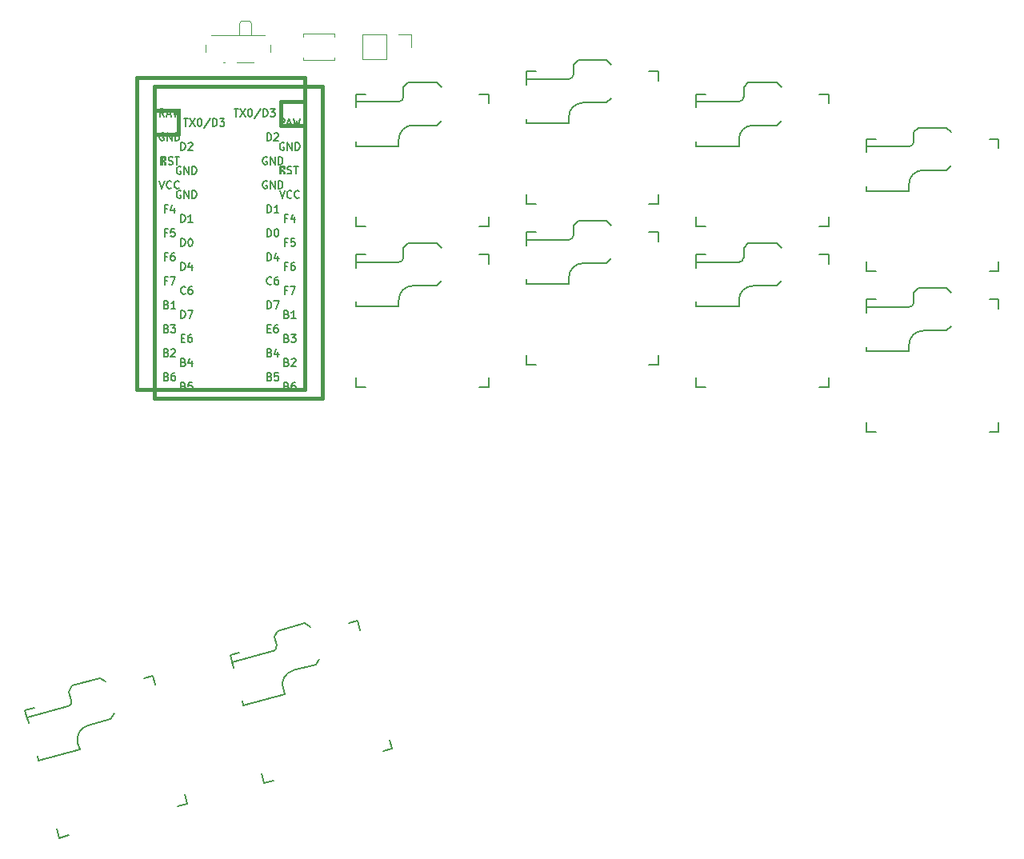
<source format=gbr>
%TF.GenerationSoftware,KiCad,Pcbnew,5.1.8*%
%TF.CreationDate,2021-02-20T18:00:33-06:00*%
%TF.ProjectId,small-paintbrush-hotswap,736d616c-6c2d-4706-9169-6e7462727573,rev?*%
%TF.SameCoordinates,Original*%
%TF.FileFunction,Legend,Top*%
%TF.FilePolarity,Positive*%
%FSLAX46Y46*%
G04 Gerber Fmt 4.6, Leading zero omitted, Abs format (unit mm)*
G04 Created by KiCad (PCBNEW 5.1.8) date 2021-02-20 18:00:33*
%MOMM*%
%LPD*%
G01*
G04 APERTURE LIST*
%ADD10C,0.381000*%
%ADD11C,0.150000*%
%ADD12C,0.120000*%
G04 APERTURE END LIST*
D10*
%TO.C,U2*%
X90951739Y-29899424D02*
X93491739Y-29899424D01*
X90951739Y-27359424D02*
X90951739Y-29899424D01*
D11*
G36*
X78557104Y-33648454D02*
G01*
X78557104Y-33748454D01*
X78457104Y-33748454D01*
X78457104Y-33648454D01*
X78557104Y-33648454D01*
G37*
X78557104Y-33648454D02*
X78557104Y-33748454D01*
X78457104Y-33748454D01*
X78457104Y-33648454D01*
X78557104Y-33648454D01*
G36*
X78357104Y-33248454D02*
G01*
X78357104Y-34048454D01*
X78257104Y-34048454D01*
X78257104Y-33248454D01*
X78357104Y-33248454D01*
G37*
X78357104Y-33248454D02*
X78357104Y-34048454D01*
X78257104Y-34048454D01*
X78257104Y-33248454D01*
X78357104Y-33248454D01*
G36*
X78757104Y-33848454D02*
G01*
X78757104Y-34048454D01*
X78657104Y-34048454D01*
X78657104Y-33848454D01*
X78757104Y-33848454D01*
G37*
X78757104Y-33848454D02*
X78757104Y-34048454D01*
X78657104Y-34048454D01*
X78657104Y-33848454D01*
X78757104Y-33848454D01*
G36*
X78757104Y-33248454D02*
G01*
X78757104Y-33548454D01*
X78657104Y-33548454D01*
X78657104Y-33248454D01*
X78757104Y-33248454D01*
G37*
X78757104Y-33248454D02*
X78757104Y-33548454D01*
X78657104Y-33548454D01*
X78657104Y-33248454D01*
X78757104Y-33248454D01*
G36*
X78757104Y-33248454D02*
G01*
X78757104Y-33348454D01*
X78257104Y-33348454D01*
X78257104Y-33248454D01*
X78757104Y-33248454D01*
G37*
X78757104Y-33248454D02*
X78757104Y-33348454D01*
X78257104Y-33348454D01*
X78257104Y-33248454D01*
X78757104Y-33248454D01*
D10*
X75711739Y-57839424D02*
X75711739Y-24819424D01*
X93491739Y-57839424D02*
X75711739Y-57839424D01*
X93491739Y-24819424D02*
X93491739Y-57839424D01*
X75711739Y-24819424D02*
X93491739Y-24819424D01*
X90951739Y-27359424D02*
X93491739Y-27359424D01*
D11*
%TO.C,KEY10*%
X91140586Y-89467894D02*
X91321759Y-90144042D01*
X91321759Y-90144042D02*
X86975093Y-91308728D01*
X90553597Y-83413520D02*
X90200044Y-84025892D01*
X90458863Y-84991818D02*
X90200044Y-84025892D01*
X85758643Y-86768876D02*
X90105309Y-85604190D01*
X94969614Y-86371356D02*
X94616060Y-86983729D01*
X85913935Y-87348432D02*
X85758643Y-86768876D01*
X94616060Y-86983729D02*
X92201246Y-87630776D01*
X94063747Y-82990616D02*
X93451375Y-82637063D01*
X93451375Y-82637063D02*
X90553597Y-83413520D01*
X86975093Y-91308728D02*
X86845683Y-90825765D01*
X99074549Y-82372669D02*
X99333369Y-83338595D01*
X98108624Y-82631488D02*
X99074549Y-82372669D01*
X102698016Y-95895630D02*
X101732090Y-96154450D01*
X102439197Y-94929705D02*
X102698016Y-95895630D01*
X89175055Y-99519097D02*
X88916235Y-98553171D01*
X90140980Y-99260278D02*
X89175055Y-99519097D01*
X85551588Y-85996136D02*
X86517514Y-85737316D01*
X85810407Y-86962061D02*
X85551588Y-85996136D01*
X92201245Y-87630777D02*
G75*
G03*
X91140586Y-89467894I388229J-1448888D01*
G01*
X90105310Y-85604191D02*
G75*
G03*
X90458863Y-84991818I-129410J482963D01*
G01*
%TO.C,KEY9*%
X69444458Y-95284975D02*
X69625631Y-95961123D01*
X69625631Y-95961123D02*
X65278965Y-97125809D01*
X68857469Y-89230601D02*
X68503916Y-89842973D01*
X68762735Y-90808899D02*
X68503916Y-89842973D01*
X64062515Y-92585957D02*
X68409181Y-91421271D01*
X73273486Y-92188437D02*
X72919932Y-92800810D01*
X64217807Y-93165513D02*
X64062515Y-92585957D01*
X72919932Y-92800810D02*
X70505118Y-93447857D01*
X72367619Y-88807697D02*
X71755247Y-88454144D01*
X71755247Y-88454144D02*
X68857469Y-89230601D01*
X65278965Y-97125809D02*
X65149555Y-96642846D01*
X77378421Y-88189750D02*
X77637241Y-89155676D01*
X76412496Y-88448569D02*
X77378421Y-88189750D01*
X81001888Y-101712711D02*
X80035962Y-101971531D01*
X80743069Y-100746786D02*
X81001888Y-101712711D01*
X67478927Y-105336178D02*
X67220107Y-104370252D01*
X68444852Y-105077359D02*
X67478927Y-105336178D01*
X63855460Y-91813217D02*
X64821386Y-91554397D01*
X64114279Y-92779142D02*
X63855460Y-91813217D01*
X70505117Y-93447858D02*
G75*
G03*
X69444458Y-95284975I388229J-1448888D01*
G01*
X68409182Y-91421272D02*
G75*
G03*
X68762735Y-90808899I-129410J482963D01*
G01*
%TO.C,KEY3*%
X139401739Y-31399426D02*
X139401739Y-32099426D01*
X139401739Y-32099426D02*
X134901739Y-32099426D01*
X140401739Y-25399426D02*
X139901739Y-25899426D01*
X139901739Y-26899426D02*
X139901739Y-25899426D01*
X134901739Y-27399426D02*
X139401739Y-27399426D01*
X143901739Y-29399426D02*
X143401739Y-29899426D01*
X134901739Y-27999426D02*
X134901739Y-27399426D01*
X143401739Y-29899426D02*
X140901739Y-29899426D01*
X143901739Y-25899426D02*
X143401739Y-25399426D01*
X143401739Y-25399426D02*
X140401739Y-25399426D01*
X134901739Y-32099426D02*
X134901739Y-31599426D01*
X148901739Y-26599426D02*
X148901739Y-27599426D01*
X147901739Y-26599426D02*
X148901739Y-26599426D01*
X148901739Y-40599426D02*
X147901739Y-40599426D01*
X148901739Y-39599426D02*
X148901739Y-40599426D01*
X134901739Y-40599426D02*
X134901739Y-39599426D01*
X135901739Y-40599426D02*
X134901739Y-40599426D01*
X134901739Y-26599426D02*
X135901739Y-26599426D01*
X134901739Y-27599426D02*
X134901739Y-26599426D01*
X140901739Y-29899426D02*
G75*
G03*
X139401739Y-31399426I0J-1500000D01*
G01*
X139401739Y-27399426D02*
G75*
G03*
X139901739Y-26899426I0J500000D01*
G01*
%TO.C,KEY8*%
X157401739Y-53149423D02*
X157401739Y-53849423D01*
X157401739Y-53849423D02*
X152901739Y-53849423D01*
X158401739Y-47149423D02*
X157901739Y-47649423D01*
X157901739Y-48649423D02*
X157901739Y-47649423D01*
X152901739Y-49149423D02*
X157401739Y-49149423D01*
X161901739Y-51149423D02*
X161401739Y-51649423D01*
X152901739Y-49749423D02*
X152901739Y-49149423D01*
X161401739Y-51649423D02*
X158901739Y-51649423D01*
X161901739Y-47649423D02*
X161401739Y-47149423D01*
X161401739Y-47149423D02*
X158401739Y-47149423D01*
X152901739Y-53849423D02*
X152901739Y-53349423D01*
X166901739Y-48349423D02*
X166901739Y-49349423D01*
X165901739Y-48349423D02*
X166901739Y-48349423D01*
X166901739Y-62349423D02*
X165901739Y-62349423D01*
X166901739Y-61349423D02*
X166901739Y-62349423D01*
X152901739Y-62349423D02*
X152901739Y-61349423D01*
X153901739Y-62349423D02*
X152901739Y-62349423D01*
X152901739Y-48349423D02*
X153901739Y-48349423D01*
X152901739Y-49349423D02*
X152901739Y-48349423D01*
X158901739Y-51649423D02*
G75*
G03*
X157401739Y-53149423I0J-1500000D01*
G01*
X157401739Y-49149423D02*
G75*
G03*
X157901739Y-48649423I0J500000D01*
G01*
%TO.C,KEY7*%
X139401739Y-48399426D02*
X139401739Y-49099426D01*
X139401739Y-49099426D02*
X134901739Y-49099426D01*
X140401739Y-42399426D02*
X139901739Y-42899426D01*
X139901739Y-43899426D02*
X139901739Y-42899426D01*
X134901739Y-44399426D02*
X139401739Y-44399426D01*
X143901739Y-46399426D02*
X143401739Y-46899426D01*
X134901739Y-44999426D02*
X134901739Y-44399426D01*
X143401739Y-46899426D02*
X140901739Y-46899426D01*
X143901739Y-42899426D02*
X143401739Y-42399426D01*
X143401739Y-42399426D02*
X140401739Y-42399426D01*
X134901739Y-49099426D02*
X134901739Y-48599426D01*
X148901739Y-43599426D02*
X148901739Y-44599426D01*
X147901739Y-43599426D02*
X148901739Y-43599426D01*
X148901739Y-57599426D02*
X147901739Y-57599426D01*
X148901739Y-56599426D02*
X148901739Y-57599426D01*
X134901739Y-57599426D02*
X134901739Y-56599426D01*
X135901739Y-57599426D02*
X134901739Y-57599426D01*
X134901739Y-43599426D02*
X135901739Y-43599426D01*
X134901739Y-44599426D02*
X134901739Y-43599426D01*
X140901739Y-46899426D02*
G75*
G03*
X139401739Y-48399426I0J-1500000D01*
G01*
X139401739Y-44399426D02*
G75*
G03*
X139901739Y-43899426I0J500000D01*
G01*
%TO.C,KEY6*%
X116901739Y-42219424D02*
X116901739Y-41219424D01*
X116901739Y-41219424D02*
X117901739Y-41219424D01*
X117901739Y-55219424D02*
X116901739Y-55219424D01*
X116901739Y-55219424D02*
X116901739Y-54219424D01*
X130901739Y-54219424D02*
X130901739Y-55219424D01*
X130901739Y-55219424D02*
X129901739Y-55219424D01*
X129901739Y-41219424D02*
X130901739Y-41219424D01*
X130901739Y-41219424D02*
X130901739Y-42219424D01*
X116901739Y-46719424D02*
X116901739Y-46219424D01*
X125401739Y-40019424D02*
X122401739Y-40019424D01*
X125901739Y-40519424D02*
X125401739Y-40019424D01*
X125401739Y-44519424D02*
X122901739Y-44519424D01*
X116901739Y-42619424D02*
X116901739Y-42019424D01*
X125901739Y-44019424D02*
X125401739Y-44519424D01*
X116901739Y-42019424D02*
X121401739Y-42019424D01*
X121901739Y-41519424D02*
X121901739Y-40519424D01*
X122401739Y-40019424D02*
X121901739Y-40519424D01*
X121401739Y-46719424D02*
X116901739Y-46719424D01*
X121401739Y-46019424D02*
X121401739Y-46719424D01*
X121401739Y-42019424D02*
G75*
G03*
X121901739Y-41519424I0J500000D01*
G01*
X122901739Y-44519424D02*
G75*
G03*
X121401739Y-46019424I0J-1500000D01*
G01*
%TO.C,KEY5*%
X103401736Y-48399424D02*
X103401736Y-49099424D01*
X103401736Y-49099424D02*
X98901736Y-49099424D01*
X104401736Y-42399424D02*
X103901736Y-42899424D01*
X103901736Y-43899424D02*
X103901736Y-42899424D01*
X98901736Y-44399424D02*
X103401736Y-44399424D01*
X107901736Y-46399424D02*
X107401736Y-46899424D01*
X98901736Y-44999424D02*
X98901736Y-44399424D01*
X107401736Y-46899424D02*
X104901736Y-46899424D01*
X107901736Y-42899424D02*
X107401736Y-42399424D01*
X107401736Y-42399424D02*
X104401736Y-42399424D01*
X98901736Y-49099424D02*
X98901736Y-48599424D01*
X112901736Y-43599424D02*
X112901736Y-44599424D01*
X111901736Y-43599424D02*
X112901736Y-43599424D01*
X112901736Y-57599424D02*
X111901736Y-57599424D01*
X112901736Y-56599424D02*
X112901736Y-57599424D01*
X98901736Y-57599424D02*
X98901736Y-56599424D01*
X99901736Y-57599424D02*
X98901736Y-57599424D01*
X98901736Y-43599424D02*
X99901736Y-43599424D01*
X98901736Y-44599424D02*
X98901736Y-43599424D01*
X104901736Y-46899424D02*
G75*
G03*
X103401736Y-48399424I0J-1500000D01*
G01*
X103401736Y-44399424D02*
G75*
G03*
X103901736Y-43899424I0J500000D01*
G01*
%TO.C,KEY4*%
X157401737Y-36149424D02*
X157401737Y-36849424D01*
X157401737Y-36849424D02*
X152901737Y-36849424D01*
X158401737Y-30149424D02*
X157901737Y-30649424D01*
X157901737Y-31649424D02*
X157901737Y-30649424D01*
X152901737Y-32149424D02*
X157401737Y-32149424D01*
X161901737Y-34149424D02*
X161401737Y-34649424D01*
X152901737Y-32749424D02*
X152901737Y-32149424D01*
X161401737Y-34649424D02*
X158901737Y-34649424D01*
X161901737Y-30649424D02*
X161401737Y-30149424D01*
X161401737Y-30149424D02*
X158401737Y-30149424D01*
X152901737Y-36849424D02*
X152901737Y-36349424D01*
X166901737Y-31349424D02*
X166901737Y-32349424D01*
X165901737Y-31349424D02*
X166901737Y-31349424D01*
X166901737Y-45349424D02*
X165901737Y-45349424D01*
X166901737Y-44349424D02*
X166901737Y-45349424D01*
X152901737Y-45349424D02*
X152901737Y-44349424D01*
X153901737Y-45349424D02*
X152901737Y-45349424D01*
X152901737Y-31349424D02*
X153901737Y-31349424D01*
X152901737Y-32349424D02*
X152901737Y-31349424D01*
X158901737Y-34649424D02*
G75*
G03*
X157401737Y-36149424I0J-1500000D01*
G01*
X157401737Y-32149424D02*
G75*
G03*
X157901737Y-31649424I0J500000D01*
G01*
%TO.C,KEY2*%
X116901737Y-25219424D02*
X116901737Y-24219424D01*
X116901737Y-24219424D02*
X117901737Y-24219424D01*
X117901737Y-38219424D02*
X116901737Y-38219424D01*
X116901737Y-38219424D02*
X116901737Y-37219424D01*
X130901737Y-37219424D02*
X130901737Y-38219424D01*
X130901737Y-38219424D02*
X129901737Y-38219424D01*
X129901737Y-24219424D02*
X130901737Y-24219424D01*
X130901737Y-24219424D02*
X130901737Y-25219424D01*
X116901737Y-29719424D02*
X116901737Y-29219424D01*
X125401737Y-23019424D02*
X122401737Y-23019424D01*
X125901737Y-23519424D02*
X125401737Y-23019424D01*
X125401737Y-27519424D02*
X122901737Y-27519424D01*
X116901737Y-25619424D02*
X116901737Y-25019424D01*
X125901737Y-27019424D02*
X125401737Y-27519424D01*
X116901737Y-25019424D02*
X121401737Y-25019424D01*
X121901737Y-24519424D02*
X121901737Y-23519424D01*
X122401737Y-23019424D02*
X121901737Y-23519424D01*
X121401737Y-29719424D02*
X116901737Y-29719424D01*
X121401737Y-29019424D02*
X121401737Y-29719424D01*
X121401737Y-25019424D02*
G75*
G03*
X121901737Y-24519424I0J500000D01*
G01*
X122901737Y-27519424D02*
G75*
G03*
X121401737Y-29019424I0J-1500000D01*
G01*
%TO.C,KEY1*%
X103401737Y-31399424D02*
X103401737Y-32099424D01*
X103401737Y-32099424D02*
X98901737Y-32099424D01*
X104401737Y-25399424D02*
X103901737Y-25899424D01*
X103901737Y-26899424D02*
X103901737Y-25899424D01*
X98901737Y-27399424D02*
X103401737Y-27399424D01*
X107901737Y-29399424D02*
X107401737Y-29899424D01*
X98901737Y-27999424D02*
X98901737Y-27399424D01*
X107401737Y-29899424D02*
X104901737Y-29899424D01*
X107901737Y-25899424D02*
X107401737Y-25399424D01*
X107401737Y-25399424D02*
X104401737Y-25399424D01*
X98901737Y-32099424D02*
X98901737Y-31599424D01*
X112901737Y-26599424D02*
X112901737Y-27599424D01*
X111901737Y-26599424D02*
X112901737Y-26599424D01*
X112901737Y-40599424D02*
X111901737Y-40599424D01*
X112901737Y-39599424D02*
X112901737Y-40599424D01*
X98901737Y-40599424D02*
X98901737Y-39599424D01*
X99901737Y-40599424D02*
X98901737Y-40599424D01*
X98901737Y-26599424D02*
X99901737Y-26599424D01*
X98901737Y-27599424D02*
X98901737Y-26599424D01*
X104901737Y-29899424D02*
G75*
G03*
X103401737Y-31399424I0J-1500000D01*
G01*
X103401737Y-27399424D02*
G75*
G03*
X103901737Y-26899424I0J500000D01*
G01*
D10*
%TO.C,U1*%
X77511737Y-28359424D02*
X77511737Y-58839424D01*
X77511737Y-58839424D02*
X95291737Y-58839424D01*
X95291737Y-58839424D02*
X95291737Y-28359424D01*
X80051737Y-28359424D02*
X80051737Y-30899424D01*
X80051737Y-30899424D02*
X77511737Y-30899424D01*
D11*
G36*
X91333305Y-34238784D02*
G01*
X91333305Y-34538784D01*
X91233305Y-34538784D01*
X91233305Y-34238784D01*
X91333305Y-34238784D01*
G37*
X91333305Y-34238784D02*
X91333305Y-34538784D01*
X91233305Y-34538784D01*
X91233305Y-34238784D01*
X91333305Y-34238784D01*
G36*
X91133305Y-34638784D02*
G01*
X91133305Y-34738784D01*
X91033305Y-34738784D01*
X91033305Y-34638784D01*
X91133305Y-34638784D01*
G37*
X91133305Y-34638784D02*
X91133305Y-34738784D01*
X91033305Y-34738784D01*
X91033305Y-34638784D01*
X91133305Y-34638784D01*
G36*
X91333305Y-34238784D02*
G01*
X91333305Y-34338784D01*
X90833305Y-34338784D01*
X90833305Y-34238784D01*
X91333305Y-34238784D01*
G37*
X91333305Y-34238784D02*
X91333305Y-34338784D01*
X90833305Y-34338784D01*
X90833305Y-34238784D01*
X91333305Y-34238784D01*
G36*
X90933305Y-34238784D02*
G01*
X90933305Y-35038784D01*
X90833305Y-35038784D01*
X90833305Y-34238784D01*
X90933305Y-34238784D01*
G37*
X90933305Y-34238784D02*
X90933305Y-35038784D01*
X90833305Y-35038784D01*
X90833305Y-34238784D01*
X90933305Y-34238784D01*
G36*
X91333305Y-34838784D02*
G01*
X91333305Y-35038784D01*
X91233305Y-35038784D01*
X91233305Y-34838784D01*
X91333305Y-34838784D01*
G37*
X91333305Y-34838784D02*
X91333305Y-35038784D01*
X91233305Y-35038784D01*
X91233305Y-34838784D01*
X91333305Y-34838784D01*
D10*
X95291737Y-28359424D02*
X95291737Y-25819424D01*
X95291737Y-25819424D02*
X77511737Y-25819424D01*
X77511737Y-25819424D02*
X77511737Y-28359424D01*
X80051737Y-28359424D02*
X77511737Y-28359424D01*
D12*
%TO.C,PUSH2*%
X93251737Y-22699425D02*
X93251737Y-22999425D01*
X93251737Y-22999425D02*
X96551737Y-22999425D01*
X96551737Y-22999425D02*
X96551737Y-22699425D01*
X93251737Y-20499425D02*
X93251737Y-20199425D01*
X93251737Y-20199425D02*
X96551737Y-20199425D01*
X96551737Y-20199425D02*
X96551737Y-20499425D01*
%TO.C,SW2*%
X85001737Y-23219425D02*
X84801737Y-23219425D01*
X87801737Y-19079425D02*
X87601737Y-18869425D01*
X86501737Y-19079425D02*
X86701737Y-18869425D01*
X87801737Y-20369425D02*
X87801737Y-19079425D01*
X87601737Y-18869425D02*
X86701737Y-18869425D01*
X86501737Y-19079425D02*
X86501737Y-20369425D01*
X89251737Y-20369425D02*
X83551737Y-20369425D01*
X88001737Y-23219425D02*
X86301737Y-23219425D01*
X89851737Y-22169425D02*
X89851737Y-21379425D01*
X82951737Y-21379425D02*
X82951737Y-22169425D01*
%TO.C,J1*%
X99531737Y-20269424D02*
X99531737Y-22929424D01*
X102131737Y-20269424D02*
X99531737Y-20269424D01*
X102131737Y-22929424D02*
X99531737Y-22929424D01*
X102131737Y-20269424D02*
X102131737Y-22929424D01*
X103401737Y-20269424D02*
X104731737Y-20269424D01*
X104731737Y-20269424D02*
X104731737Y-21599424D01*
%TO.C,U2*%
D11*
X89472262Y-31531328D02*
X89472262Y-30731328D01*
X89662739Y-30731328D01*
X89777024Y-30769424D01*
X89853215Y-30845614D01*
X89891310Y-30921804D01*
X89929405Y-31074185D01*
X89929405Y-31188471D01*
X89891310Y-31340852D01*
X89853215Y-31417043D01*
X89777024Y-31493233D01*
X89662739Y-31531328D01*
X89472262Y-31531328D01*
X90234167Y-30807519D02*
X90272262Y-30769424D01*
X90348453Y-30731328D01*
X90538929Y-30731328D01*
X90615119Y-30769424D01*
X90653215Y-30807519D01*
X90691310Y-30883709D01*
X90691310Y-30959900D01*
X90653215Y-31074185D01*
X90196072Y-31531328D01*
X90691310Y-31531328D01*
X89472262Y-41691328D02*
X89472262Y-40891328D01*
X89662739Y-40891328D01*
X89777024Y-40929424D01*
X89853215Y-41005614D01*
X89891310Y-41081804D01*
X89929405Y-41234185D01*
X89929405Y-41348471D01*
X89891310Y-41500852D01*
X89853215Y-41577043D01*
X89777024Y-41653233D01*
X89662739Y-41691328D01*
X89472262Y-41691328D01*
X90424643Y-40891328D02*
X90500834Y-40891328D01*
X90577024Y-40929424D01*
X90615119Y-40967519D01*
X90653215Y-41043709D01*
X90691310Y-41196090D01*
X90691310Y-41386566D01*
X90653215Y-41538947D01*
X90615119Y-41615138D01*
X90577024Y-41653233D01*
X90500834Y-41691328D01*
X90424643Y-41691328D01*
X90348453Y-41653233D01*
X90310358Y-41615138D01*
X90272262Y-41538947D01*
X90234167Y-41386566D01*
X90234167Y-41196090D01*
X90272262Y-41043709D01*
X90310358Y-40967519D01*
X90348453Y-40929424D01*
X90424643Y-40891328D01*
X89472262Y-39151328D02*
X89472262Y-38351328D01*
X89662739Y-38351328D01*
X89777024Y-38389424D01*
X89853215Y-38465614D01*
X89891310Y-38541804D01*
X89929405Y-38694185D01*
X89929405Y-38808471D01*
X89891310Y-38960852D01*
X89853215Y-39037043D01*
X89777024Y-39113233D01*
X89662739Y-39151328D01*
X89472262Y-39151328D01*
X90691310Y-39151328D02*
X90234167Y-39151328D01*
X90462739Y-39151328D02*
X90462739Y-38351328D01*
X90386548Y-38465614D01*
X90310358Y-38541804D01*
X90234167Y-38579900D01*
X89453215Y-35849424D02*
X89377024Y-35811328D01*
X89262739Y-35811328D01*
X89148453Y-35849424D01*
X89072262Y-35925614D01*
X89034167Y-36001804D01*
X88996072Y-36154185D01*
X88996072Y-36268471D01*
X89034167Y-36420852D01*
X89072262Y-36497043D01*
X89148453Y-36573233D01*
X89262739Y-36611328D01*
X89338929Y-36611328D01*
X89453215Y-36573233D01*
X89491310Y-36535138D01*
X89491310Y-36268471D01*
X89338929Y-36268471D01*
X89834167Y-36611328D02*
X89834167Y-35811328D01*
X90291310Y-36611328D01*
X90291310Y-35811328D01*
X90672262Y-36611328D02*
X90672262Y-35811328D01*
X90862739Y-35811328D01*
X90977024Y-35849424D01*
X91053215Y-35925614D01*
X91091310Y-36001804D01*
X91129405Y-36154185D01*
X91129405Y-36268471D01*
X91091310Y-36420852D01*
X91053215Y-36497043D01*
X90977024Y-36573233D01*
X90862739Y-36611328D01*
X90672262Y-36611328D01*
X89453215Y-33309424D02*
X89377024Y-33271328D01*
X89262739Y-33271328D01*
X89148453Y-33309424D01*
X89072262Y-33385614D01*
X89034167Y-33461804D01*
X88996072Y-33614185D01*
X88996072Y-33728471D01*
X89034167Y-33880852D01*
X89072262Y-33957043D01*
X89148453Y-34033233D01*
X89262739Y-34071328D01*
X89338929Y-34071328D01*
X89453215Y-34033233D01*
X89491310Y-33995138D01*
X89491310Y-33728471D01*
X89338929Y-33728471D01*
X89834167Y-34071328D02*
X89834167Y-33271328D01*
X90291310Y-34071328D01*
X90291310Y-33271328D01*
X90672262Y-34071328D02*
X90672262Y-33271328D01*
X90862739Y-33271328D01*
X90977024Y-33309424D01*
X91053215Y-33385614D01*
X91091310Y-33461804D01*
X91129405Y-33614185D01*
X91129405Y-33728471D01*
X91091310Y-33880852D01*
X91053215Y-33957043D01*
X90977024Y-34033233D01*
X90862739Y-34071328D01*
X90672262Y-34071328D01*
X89472262Y-44231328D02*
X89472262Y-43431328D01*
X89662739Y-43431328D01*
X89777024Y-43469424D01*
X89853215Y-43545614D01*
X89891310Y-43621804D01*
X89929405Y-43774185D01*
X89929405Y-43888471D01*
X89891310Y-44040852D01*
X89853215Y-44117043D01*
X89777024Y-44193233D01*
X89662739Y-44231328D01*
X89472262Y-44231328D01*
X90615119Y-43697995D02*
X90615119Y-44231328D01*
X90424643Y-43393233D02*
X90234167Y-43964662D01*
X90729405Y-43964662D01*
X89929405Y-46695138D02*
X89891310Y-46733233D01*
X89777024Y-46771328D01*
X89700834Y-46771328D01*
X89586548Y-46733233D01*
X89510358Y-46657043D01*
X89472262Y-46580852D01*
X89434167Y-46428471D01*
X89434167Y-46314185D01*
X89472262Y-46161804D01*
X89510358Y-46085614D01*
X89586548Y-46009424D01*
X89700834Y-45971328D01*
X89777024Y-45971328D01*
X89891310Y-46009424D01*
X89929405Y-46047519D01*
X90615119Y-45971328D02*
X90462739Y-45971328D01*
X90386548Y-46009424D01*
X90348453Y-46047519D01*
X90272262Y-46161804D01*
X90234167Y-46314185D01*
X90234167Y-46618947D01*
X90272262Y-46695138D01*
X90310358Y-46733233D01*
X90386548Y-46771328D01*
X90538929Y-46771328D01*
X90615119Y-46733233D01*
X90653215Y-46695138D01*
X90691310Y-46618947D01*
X90691310Y-46428471D01*
X90653215Y-46352281D01*
X90615119Y-46314185D01*
X90538929Y-46276090D01*
X90386548Y-46276090D01*
X90310358Y-46314185D01*
X90272262Y-46352281D01*
X90234167Y-46428471D01*
X89472262Y-49311328D02*
X89472262Y-48511328D01*
X89662739Y-48511328D01*
X89777024Y-48549424D01*
X89853215Y-48625614D01*
X89891310Y-48701804D01*
X89929405Y-48854185D01*
X89929405Y-48968471D01*
X89891310Y-49120852D01*
X89853215Y-49197043D01*
X89777024Y-49273233D01*
X89662739Y-49311328D01*
X89472262Y-49311328D01*
X90196072Y-48511328D02*
X90729405Y-48511328D01*
X90386548Y-49311328D01*
X89510358Y-51432281D02*
X89777024Y-51432281D01*
X89891310Y-51851328D02*
X89510358Y-51851328D01*
X89510358Y-51051328D01*
X89891310Y-51051328D01*
X90577024Y-51051328D02*
X90424643Y-51051328D01*
X90348453Y-51089424D01*
X90310358Y-51127519D01*
X90234167Y-51241804D01*
X90196072Y-51394185D01*
X90196072Y-51698947D01*
X90234167Y-51775138D01*
X90272262Y-51813233D01*
X90348453Y-51851328D01*
X90500834Y-51851328D01*
X90577024Y-51813233D01*
X90615119Y-51775138D01*
X90653215Y-51698947D01*
X90653215Y-51508471D01*
X90615119Y-51432281D01*
X90577024Y-51394185D01*
X90500834Y-51356090D01*
X90348453Y-51356090D01*
X90272262Y-51394185D01*
X90234167Y-51432281D01*
X90196072Y-51508471D01*
X89738929Y-53972281D02*
X89853215Y-54010376D01*
X89891310Y-54048471D01*
X89929405Y-54124662D01*
X89929405Y-54238947D01*
X89891310Y-54315138D01*
X89853215Y-54353233D01*
X89777024Y-54391328D01*
X89472262Y-54391328D01*
X89472262Y-53591328D01*
X89738929Y-53591328D01*
X89815119Y-53629424D01*
X89853215Y-53667519D01*
X89891310Y-53743709D01*
X89891310Y-53819900D01*
X89853215Y-53896090D01*
X89815119Y-53934185D01*
X89738929Y-53972281D01*
X89472262Y-53972281D01*
X90615119Y-53857995D02*
X90615119Y-54391328D01*
X90424643Y-53553233D02*
X90234167Y-54124662D01*
X90729405Y-54124662D01*
X89738929Y-56512281D02*
X89853215Y-56550376D01*
X89891310Y-56588471D01*
X89929405Y-56664662D01*
X89929405Y-56778947D01*
X89891310Y-56855138D01*
X89853215Y-56893233D01*
X89777024Y-56931328D01*
X89472262Y-56931328D01*
X89472262Y-56131328D01*
X89738929Y-56131328D01*
X89815119Y-56169424D01*
X89853215Y-56207519D01*
X89891310Y-56283709D01*
X89891310Y-56359900D01*
X89853215Y-56436090D01*
X89815119Y-56474185D01*
X89738929Y-56512281D01*
X89472262Y-56512281D01*
X90653215Y-56131328D02*
X90272262Y-56131328D01*
X90234167Y-56512281D01*
X90272262Y-56474185D01*
X90348453Y-56436090D01*
X90538929Y-56436090D01*
X90615119Y-56474185D01*
X90653215Y-56512281D01*
X90691310Y-56588471D01*
X90691310Y-56778947D01*
X90653215Y-56855138D01*
X90615119Y-56893233D01*
X90538929Y-56931328D01*
X90348453Y-56931328D01*
X90272262Y-56893233D01*
X90234167Y-56855138D01*
X78816929Y-56512281D02*
X78931215Y-56550376D01*
X78969310Y-56588471D01*
X79007405Y-56664662D01*
X79007405Y-56778947D01*
X78969310Y-56855138D01*
X78931215Y-56893233D01*
X78855024Y-56931328D01*
X78550262Y-56931328D01*
X78550262Y-56131328D01*
X78816929Y-56131328D01*
X78893119Y-56169424D01*
X78931215Y-56207519D01*
X78969310Y-56283709D01*
X78969310Y-56359900D01*
X78931215Y-56436090D01*
X78893119Y-56474185D01*
X78816929Y-56512281D01*
X78550262Y-56512281D01*
X79693119Y-56131328D02*
X79540739Y-56131328D01*
X79464548Y-56169424D01*
X79426453Y-56207519D01*
X79350262Y-56321804D01*
X79312167Y-56474185D01*
X79312167Y-56778947D01*
X79350262Y-56855138D01*
X79388358Y-56893233D01*
X79464548Y-56931328D01*
X79616929Y-56931328D01*
X79693119Y-56893233D01*
X79731215Y-56855138D01*
X79769310Y-56778947D01*
X79769310Y-56588471D01*
X79731215Y-56512281D01*
X79693119Y-56474185D01*
X79616929Y-56436090D01*
X79464548Y-56436090D01*
X79388358Y-56474185D01*
X79350262Y-56512281D01*
X79312167Y-56588471D01*
X78816929Y-51432281D02*
X78931215Y-51470376D01*
X78969310Y-51508471D01*
X79007405Y-51584662D01*
X79007405Y-51698947D01*
X78969310Y-51775138D01*
X78931215Y-51813233D01*
X78855024Y-51851328D01*
X78550262Y-51851328D01*
X78550262Y-51051328D01*
X78816929Y-51051328D01*
X78893119Y-51089424D01*
X78931215Y-51127519D01*
X78969310Y-51203709D01*
X78969310Y-51279900D01*
X78931215Y-51356090D01*
X78893119Y-51394185D01*
X78816929Y-51432281D01*
X78550262Y-51432281D01*
X79274072Y-51051328D02*
X79769310Y-51051328D01*
X79502643Y-51356090D01*
X79616929Y-51356090D01*
X79693119Y-51394185D01*
X79731215Y-51432281D01*
X79769310Y-51508471D01*
X79769310Y-51698947D01*
X79731215Y-51775138D01*
X79693119Y-51813233D01*
X79616929Y-51851328D01*
X79388358Y-51851328D01*
X79312167Y-51813233D01*
X79274072Y-51775138D01*
X78816929Y-48892281D02*
X78931215Y-48930376D01*
X78969310Y-48968471D01*
X79007405Y-49044662D01*
X79007405Y-49158947D01*
X78969310Y-49235138D01*
X78931215Y-49273233D01*
X78855024Y-49311328D01*
X78550262Y-49311328D01*
X78550262Y-48511328D01*
X78816929Y-48511328D01*
X78893119Y-48549424D01*
X78931215Y-48587519D01*
X78969310Y-48663709D01*
X78969310Y-48739900D01*
X78931215Y-48816090D01*
X78893119Y-48854185D01*
X78816929Y-48892281D01*
X78550262Y-48892281D01*
X79769310Y-49311328D02*
X79312167Y-49311328D01*
X79540739Y-49311328D02*
X79540739Y-48511328D01*
X79464548Y-48625614D01*
X79388358Y-48701804D01*
X79312167Y-48739900D01*
X78874072Y-38732281D02*
X78607405Y-38732281D01*
X78607405Y-39151328D02*
X78607405Y-38351328D01*
X78988358Y-38351328D01*
X79635977Y-38617995D02*
X79635977Y-39151328D01*
X79445500Y-38313233D02*
X79255024Y-38884662D01*
X79750262Y-38884662D01*
X78074072Y-35811328D02*
X78340739Y-36611328D01*
X78607405Y-35811328D01*
X79331215Y-36535138D02*
X79293119Y-36573233D01*
X79178834Y-36611328D01*
X79102643Y-36611328D01*
X78988358Y-36573233D01*
X78912167Y-36497043D01*
X78874072Y-36420852D01*
X78835977Y-36268471D01*
X78835977Y-36154185D01*
X78874072Y-36001804D01*
X78912167Y-35925614D01*
X78988358Y-35849424D01*
X79102643Y-35811328D01*
X79178834Y-35811328D01*
X79293119Y-35849424D01*
X79331215Y-35887519D01*
X80131215Y-36535138D02*
X80093119Y-36573233D01*
X79978834Y-36611328D01*
X79902643Y-36611328D01*
X79788358Y-36573233D01*
X79712167Y-36497043D01*
X79674072Y-36420852D01*
X79635977Y-36268471D01*
X79635977Y-36154185D01*
X79674072Y-36001804D01*
X79712167Y-35925614D01*
X79788358Y-35849424D01*
X79902643Y-35811328D01*
X79978834Y-35811328D01*
X80093119Y-35849424D01*
X80131215Y-35887519D01*
X78531215Y-30769424D02*
X78455024Y-30731328D01*
X78340739Y-30731328D01*
X78226453Y-30769424D01*
X78150262Y-30845614D01*
X78112167Y-30921804D01*
X78074072Y-31074185D01*
X78074072Y-31188471D01*
X78112167Y-31340852D01*
X78150262Y-31417043D01*
X78226453Y-31493233D01*
X78340739Y-31531328D01*
X78416929Y-31531328D01*
X78531215Y-31493233D01*
X78569310Y-31455138D01*
X78569310Y-31188471D01*
X78416929Y-31188471D01*
X78912167Y-31531328D02*
X78912167Y-30731328D01*
X79369310Y-31531328D01*
X79369310Y-30731328D01*
X79750262Y-31531328D02*
X79750262Y-30731328D01*
X79940739Y-30731328D01*
X80055024Y-30769424D01*
X80131215Y-30845614D01*
X80169310Y-30921804D01*
X80207405Y-31074185D01*
X80207405Y-31188471D01*
X80169310Y-31340852D01*
X80131215Y-31417043D01*
X80055024Y-31493233D01*
X79940739Y-31531328D01*
X79750262Y-31531328D01*
X78588358Y-28991328D02*
X78321691Y-28610376D01*
X78131215Y-28991328D02*
X78131215Y-28191328D01*
X78435977Y-28191328D01*
X78512167Y-28229424D01*
X78550262Y-28267519D01*
X78588358Y-28343709D01*
X78588358Y-28457995D01*
X78550262Y-28534185D01*
X78512167Y-28572281D01*
X78435977Y-28610376D01*
X78131215Y-28610376D01*
X78893119Y-28762757D02*
X79274072Y-28762757D01*
X78816929Y-28991328D02*
X79083596Y-28191328D01*
X79350262Y-28991328D01*
X79540739Y-28191328D02*
X79731215Y-28991328D01*
X79883596Y-28419900D01*
X80035977Y-28991328D01*
X80226453Y-28191328D01*
X78874072Y-41272281D02*
X78607405Y-41272281D01*
X78607405Y-41691328D02*
X78607405Y-40891328D01*
X78988358Y-40891328D01*
X79674072Y-40891328D02*
X79293119Y-40891328D01*
X79255024Y-41272281D01*
X79293119Y-41234185D01*
X79369310Y-41196090D01*
X79559786Y-41196090D01*
X79635977Y-41234185D01*
X79674072Y-41272281D01*
X79712167Y-41348471D01*
X79712167Y-41538947D01*
X79674072Y-41615138D01*
X79635977Y-41653233D01*
X79559786Y-41691328D01*
X79369310Y-41691328D01*
X79293119Y-41653233D01*
X79255024Y-41615138D01*
X78874072Y-43812281D02*
X78607405Y-43812281D01*
X78607405Y-44231328D02*
X78607405Y-43431328D01*
X78988358Y-43431328D01*
X79635977Y-43431328D02*
X79483596Y-43431328D01*
X79407405Y-43469424D01*
X79369310Y-43507519D01*
X79293119Y-43621804D01*
X79255024Y-43774185D01*
X79255024Y-44078947D01*
X79293119Y-44155138D01*
X79331215Y-44193233D01*
X79407405Y-44231328D01*
X79559786Y-44231328D01*
X79635977Y-44193233D01*
X79674072Y-44155138D01*
X79712167Y-44078947D01*
X79712167Y-43888471D01*
X79674072Y-43812281D01*
X79635977Y-43774185D01*
X79559786Y-43736090D01*
X79407405Y-43736090D01*
X79331215Y-43774185D01*
X79293119Y-43812281D01*
X79255024Y-43888471D01*
X78874072Y-46352281D02*
X78607405Y-46352281D01*
X78607405Y-46771328D02*
X78607405Y-45971328D01*
X78988358Y-45971328D01*
X79216929Y-45971328D02*
X79750262Y-45971328D01*
X79407405Y-46771328D01*
X78816929Y-53972281D02*
X78931215Y-54010376D01*
X78969310Y-54048471D01*
X79007405Y-54124662D01*
X79007405Y-54238947D01*
X78969310Y-54315138D01*
X78931215Y-54353233D01*
X78855024Y-54391328D01*
X78550262Y-54391328D01*
X78550262Y-53591328D01*
X78816929Y-53591328D01*
X78893119Y-53629424D01*
X78931215Y-53667519D01*
X78969310Y-53743709D01*
X78969310Y-53819900D01*
X78931215Y-53896090D01*
X78893119Y-53934185D01*
X78816929Y-53972281D01*
X78550262Y-53972281D01*
X79312167Y-53667519D02*
X79350262Y-53629424D01*
X79426453Y-53591328D01*
X79616929Y-53591328D01*
X79693119Y-53629424D01*
X79731215Y-53667519D01*
X79769310Y-53743709D01*
X79769310Y-53819900D01*
X79731215Y-53934185D01*
X79274072Y-54391328D01*
X79769310Y-54391328D01*
X85983134Y-28191328D02*
X86440277Y-28191328D01*
X86211706Y-28991328D02*
X86211706Y-28191328D01*
X86630753Y-28191328D02*
X87164087Y-28991328D01*
X87164087Y-28191328D02*
X86630753Y-28991328D01*
X87621230Y-28191328D02*
X87697420Y-28191328D01*
X87773611Y-28229424D01*
X87811706Y-28267519D01*
X87849801Y-28343709D01*
X87887896Y-28496090D01*
X87887896Y-28686566D01*
X87849801Y-28838947D01*
X87811706Y-28915138D01*
X87773611Y-28953233D01*
X87697420Y-28991328D01*
X87621230Y-28991328D01*
X87545039Y-28953233D01*
X87506944Y-28915138D01*
X87468849Y-28838947D01*
X87430753Y-28686566D01*
X87430753Y-28496090D01*
X87468849Y-28343709D01*
X87506944Y-28267519D01*
X87545039Y-28229424D01*
X87621230Y-28191328D01*
X88802182Y-28153233D02*
X88116468Y-29181804D01*
X89068849Y-28991328D02*
X89068849Y-28191328D01*
X89259325Y-28191328D01*
X89373611Y-28229424D01*
X89449801Y-28305614D01*
X89487896Y-28381804D01*
X89525991Y-28534185D01*
X89525991Y-28648471D01*
X89487896Y-28800852D01*
X89449801Y-28877043D01*
X89373611Y-28953233D01*
X89259325Y-28991328D01*
X89068849Y-28991328D01*
X89792658Y-28191328D02*
X90287896Y-28191328D01*
X90021230Y-28496090D01*
X90135515Y-28496090D01*
X90211706Y-28534185D01*
X90249801Y-28572281D01*
X90287896Y-28648471D01*
X90287896Y-28838947D01*
X90249801Y-28915138D01*
X90211706Y-28953233D01*
X90135515Y-28991328D01*
X89906944Y-28991328D01*
X89830753Y-28953233D01*
X89792658Y-28915138D01*
X79028405Y-34013233D02*
X79142691Y-34051328D01*
X79333167Y-34051328D01*
X79409358Y-34013233D01*
X79447453Y-33975138D01*
X79485548Y-33898947D01*
X79485548Y-33822757D01*
X79447453Y-33746566D01*
X79409358Y-33708471D01*
X79333167Y-33670376D01*
X79180786Y-33632281D01*
X79104596Y-33594185D01*
X79066500Y-33556090D01*
X79028405Y-33479900D01*
X79028405Y-33403709D01*
X79066500Y-33327519D01*
X79104596Y-33289424D01*
X79180786Y-33251328D01*
X79371262Y-33251328D01*
X79485548Y-33289424D01*
X79714119Y-33251328D02*
X80171262Y-33251328D01*
X79942691Y-34051328D02*
X79942691Y-33251328D01*
%TO.C,U1*%
X80639388Y-29191328D02*
X81096531Y-29191328D01*
X80867960Y-29991328D02*
X80867960Y-29191328D01*
X81287007Y-29191328D02*
X81820341Y-29991328D01*
X81820341Y-29191328D02*
X81287007Y-29991328D01*
X82277484Y-29191328D02*
X82353674Y-29191328D01*
X82429865Y-29229424D01*
X82467960Y-29267519D01*
X82506055Y-29343709D01*
X82544150Y-29496090D01*
X82544150Y-29686566D01*
X82506055Y-29838947D01*
X82467960Y-29915138D01*
X82429865Y-29953233D01*
X82353674Y-29991328D01*
X82277484Y-29991328D01*
X82201293Y-29953233D01*
X82163198Y-29915138D01*
X82125103Y-29838947D01*
X82087007Y-29686566D01*
X82087007Y-29496090D01*
X82125103Y-29343709D01*
X82163198Y-29267519D01*
X82201293Y-29229424D01*
X82277484Y-29191328D01*
X83458436Y-29153233D02*
X82772722Y-30181804D01*
X83725103Y-29991328D02*
X83725103Y-29191328D01*
X83915579Y-29191328D01*
X84029865Y-29229424D01*
X84106055Y-29305614D01*
X84144150Y-29381804D01*
X84182245Y-29534185D01*
X84182245Y-29648471D01*
X84144150Y-29800852D01*
X84106055Y-29877043D01*
X84029865Y-29953233D01*
X83915579Y-29991328D01*
X83725103Y-29991328D01*
X84448912Y-29191328D02*
X84944150Y-29191328D01*
X84677484Y-29496090D01*
X84791769Y-29496090D01*
X84867960Y-29534185D01*
X84906055Y-29572281D01*
X84944150Y-29648471D01*
X84944150Y-29838947D01*
X84906055Y-29915138D01*
X84867960Y-29953233D01*
X84791769Y-29991328D01*
X84563198Y-29991328D01*
X84487007Y-29953233D01*
X84448912Y-29915138D01*
X80350260Y-32531328D02*
X80350260Y-31731328D01*
X80540737Y-31731328D01*
X80655022Y-31769424D01*
X80731213Y-31845614D01*
X80769308Y-31921804D01*
X80807403Y-32074185D01*
X80807403Y-32188471D01*
X80769308Y-32340852D01*
X80731213Y-32417043D01*
X80655022Y-32493233D01*
X80540737Y-32531328D01*
X80350260Y-32531328D01*
X81112165Y-31807519D02*
X81150260Y-31769424D01*
X81226451Y-31731328D01*
X81416927Y-31731328D01*
X81493117Y-31769424D01*
X81531213Y-31807519D01*
X81569308Y-31883709D01*
X81569308Y-31959900D01*
X81531213Y-32074185D01*
X81074070Y-32531328D01*
X81569308Y-32531328D01*
X80350260Y-42691328D02*
X80350260Y-41891328D01*
X80540737Y-41891328D01*
X80655022Y-41929424D01*
X80731213Y-42005614D01*
X80769308Y-42081804D01*
X80807403Y-42234185D01*
X80807403Y-42348471D01*
X80769308Y-42500852D01*
X80731213Y-42577043D01*
X80655022Y-42653233D01*
X80540737Y-42691328D01*
X80350260Y-42691328D01*
X81302641Y-41891328D02*
X81378832Y-41891328D01*
X81455022Y-41929424D01*
X81493117Y-41967519D01*
X81531213Y-42043709D01*
X81569308Y-42196090D01*
X81569308Y-42386566D01*
X81531213Y-42538947D01*
X81493117Y-42615138D01*
X81455022Y-42653233D01*
X81378832Y-42691328D01*
X81302641Y-42691328D01*
X81226451Y-42653233D01*
X81188356Y-42615138D01*
X81150260Y-42538947D01*
X81112165Y-42386566D01*
X81112165Y-42196090D01*
X81150260Y-42043709D01*
X81188356Y-41967519D01*
X81226451Y-41929424D01*
X81302641Y-41891328D01*
X80350260Y-40151328D02*
X80350260Y-39351328D01*
X80540737Y-39351328D01*
X80655022Y-39389424D01*
X80731213Y-39465614D01*
X80769308Y-39541804D01*
X80807403Y-39694185D01*
X80807403Y-39808471D01*
X80769308Y-39960852D01*
X80731213Y-40037043D01*
X80655022Y-40113233D01*
X80540737Y-40151328D01*
X80350260Y-40151328D01*
X81569308Y-40151328D02*
X81112165Y-40151328D01*
X81340737Y-40151328D02*
X81340737Y-39351328D01*
X81264546Y-39465614D01*
X81188356Y-39541804D01*
X81112165Y-39579900D01*
X80331213Y-36849424D02*
X80255022Y-36811328D01*
X80140737Y-36811328D01*
X80026451Y-36849424D01*
X79950260Y-36925614D01*
X79912165Y-37001804D01*
X79874070Y-37154185D01*
X79874070Y-37268471D01*
X79912165Y-37420852D01*
X79950260Y-37497043D01*
X80026451Y-37573233D01*
X80140737Y-37611328D01*
X80216927Y-37611328D01*
X80331213Y-37573233D01*
X80369308Y-37535138D01*
X80369308Y-37268471D01*
X80216927Y-37268471D01*
X80712165Y-37611328D02*
X80712165Y-36811328D01*
X81169308Y-37611328D01*
X81169308Y-36811328D01*
X81550260Y-37611328D02*
X81550260Y-36811328D01*
X81740737Y-36811328D01*
X81855022Y-36849424D01*
X81931213Y-36925614D01*
X81969308Y-37001804D01*
X82007403Y-37154185D01*
X82007403Y-37268471D01*
X81969308Y-37420852D01*
X81931213Y-37497043D01*
X81855022Y-37573233D01*
X81740737Y-37611328D01*
X81550260Y-37611328D01*
X80331213Y-34309424D02*
X80255022Y-34271328D01*
X80140737Y-34271328D01*
X80026451Y-34309424D01*
X79950260Y-34385614D01*
X79912165Y-34461804D01*
X79874070Y-34614185D01*
X79874070Y-34728471D01*
X79912165Y-34880852D01*
X79950260Y-34957043D01*
X80026451Y-35033233D01*
X80140737Y-35071328D01*
X80216927Y-35071328D01*
X80331213Y-35033233D01*
X80369308Y-34995138D01*
X80369308Y-34728471D01*
X80216927Y-34728471D01*
X80712165Y-35071328D02*
X80712165Y-34271328D01*
X81169308Y-35071328D01*
X81169308Y-34271328D01*
X81550260Y-35071328D02*
X81550260Y-34271328D01*
X81740737Y-34271328D01*
X81855022Y-34309424D01*
X81931213Y-34385614D01*
X81969308Y-34461804D01*
X82007403Y-34614185D01*
X82007403Y-34728471D01*
X81969308Y-34880852D01*
X81931213Y-34957043D01*
X81855022Y-35033233D01*
X81740737Y-35071328D01*
X81550260Y-35071328D01*
X80350260Y-45231328D02*
X80350260Y-44431328D01*
X80540737Y-44431328D01*
X80655022Y-44469424D01*
X80731213Y-44545614D01*
X80769308Y-44621804D01*
X80807403Y-44774185D01*
X80807403Y-44888471D01*
X80769308Y-45040852D01*
X80731213Y-45117043D01*
X80655022Y-45193233D01*
X80540737Y-45231328D01*
X80350260Y-45231328D01*
X81493117Y-44697995D02*
X81493117Y-45231328D01*
X81302641Y-44393233D02*
X81112165Y-44964662D01*
X81607403Y-44964662D01*
X80807403Y-47695138D02*
X80769308Y-47733233D01*
X80655022Y-47771328D01*
X80578832Y-47771328D01*
X80464546Y-47733233D01*
X80388356Y-47657043D01*
X80350260Y-47580852D01*
X80312165Y-47428471D01*
X80312165Y-47314185D01*
X80350260Y-47161804D01*
X80388356Y-47085614D01*
X80464546Y-47009424D01*
X80578832Y-46971328D01*
X80655022Y-46971328D01*
X80769308Y-47009424D01*
X80807403Y-47047519D01*
X81493117Y-46971328D02*
X81340737Y-46971328D01*
X81264546Y-47009424D01*
X81226451Y-47047519D01*
X81150260Y-47161804D01*
X81112165Y-47314185D01*
X81112165Y-47618947D01*
X81150260Y-47695138D01*
X81188356Y-47733233D01*
X81264546Y-47771328D01*
X81416927Y-47771328D01*
X81493117Y-47733233D01*
X81531213Y-47695138D01*
X81569308Y-47618947D01*
X81569308Y-47428471D01*
X81531213Y-47352281D01*
X81493117Y-47314185D01*
X81416927Y-47276090D01*
X81264546Y-47276090D01*
X81188356Y-47314185D01*
X81150260Y-47352281D01*
X81112165Y-47428471D01*
X80350260Y-50311328D02*
X80350260Y-49511328D01*
X80540737Y-49511328D01*
X80655022Y-49549424D01*
X80731213Y-49625614D01*
X80769308Y-49701804D01*
X80807403Y-49854185D01*
X80807403Y-49968471D01*
X80769308Y-50120852D01*
X80731213Y-50197043D01*
X80655022Y-50273233D01*
X80540737Y-50311328D01*
X80350260Y-50311328D01*
X81074070Y-49511328D02*
X81607403Y-49511328D01*
X81264546Y-50311328D01*
X80388356Y-52432281D02*
X80655022Y-52432281D01*
X80769308Y-52851328D02*
X80388356Y-52851328D01*
X80388356Y-52051328D01*
X80769308Y-52051328D01*
X81455022Y-52051328D02*
X81302641Y-52051328D01*
X81226451Y-52089424D01*
X81188356Y-52127519D01*
X81112165Y-52241804D01*
X81074070Y-52394185D01*
X81074070Y-52698947D01*
X81112165Y-52775138D01*
X81150260Y-52813233D01*
X81226451Y-52851328D01*
X81378832Y-52851328D01*
X81455022Y-52813233D01*
X81493117Y-52775138D01*
X81531213Y-52698947D01*
X81531213Y-52508471D01*
X81493117Y-52432281D01*
X81455022Y-52394185D01*
X81378832Y-52356090D01*
X81226451Y-52356090D01*
X81150260Y-52394185D01*
X81112165Y-52432281D01*
X81074070Y-52508471D01*
X80616927Y-54972281D02*
X80731213Y-55010376D01*
X80769308Y-55048471D01*
X80807403Y-55124662D01*
X80807403Y-55238947D01*
X80769308Y-55315138D01*
X80731213Y-55353233D01*
X80655022Y-55391328D01*
X80350260Y-55391328D01*
X80350260Y-54591328D01*
X80616927Y-54591328D01*
X80693117Y-54629424D01*
X80731213Y-54667519D01*
X80769308Y-54743709D01*
X80769308Y-54819900D01*
X80731213Y-54896090D01*
X80693117Y-54934185D01*
X80616927Y-54972281D01*
X80350260Y-54972281D01*
X81493117Y-54857995D02*
X81493117Y-55391328D01*
X81302641Y-54553233D02*
X81112165Y-55124662D01*
X81607403Y-55124662D01*
X80616927Y-57512281D02*
X80731213Y-57550376D01*
X80769308Y-57588471D01*
X80807403Y-57664662D01*
X80807403Y-57778947D01*
X80769308Y-57855138D01*
X80731213Y-57893233D01*
X80655022Y-57931328D01*
X80350260Y-57931328D01*
X80350260Y-57131328D01*
X80616927Y-57131328D01*
X80693117Y-57169424D01*
X80731213Y-57207519D01*
X80769308Y-57283709D01*
X80769308Y-57359900D01*
X80731213Y-57436090D01*
X80693117Y-57474185D01*
X80616927Y-57512281D01*
X80350260Y-57512281D01*
X81531213Y-57131328D02*
X81150260Y-57131328D01*
X81112165Y-57512281D01*
X81150260Y-57474185D01*
X81226451Y-57436090D01*
X81416927Y-57436090D01*
X81493117Y-57474185D01*
X81531213Y-57512281D01*
X81569308Y-57588471D01*
X81569308Y-57778947D01*
X81531213Y-57855138D01*
X81493117Y-57893233D01*
X81416927Y-57931328D01*
X81226451Y-57931328D01*
X81150260Y-57893233D01*
X81112165Y-57855138D01*
X91538927Y-57512281D02*
X91653213Y-57550376D01*
X91691308Y-57588471D01*
X91729403Y-57664662D01*
X91729403Y-57778947D01*
X91691308Y-57855138D01*
X91653213Y-57893233D01*
X91577022Y-57931328D01*
X91272260Y-57931328D01*
X91272260Y-57131328D01*
X91538927Y-57131328D01*
X91615117Y-57169424D01*
X91653213Y-57207519D01*
X91691308Y-57283709D01*
X91691308Y-57359900D01*
X91653213Y-57436090D01*
X91615117Y-57474185D01*
X91538927Y-57512281D01*
X91272260Y-57512281D01*
X92415117Y-57131328D02*
X92262737Y-57131328D01*
X92186546Y-57169424D01*
X92148451Y-57207519D01*
X92072260Y-57321804D01*
X92034165Y-57474185D01*
X92034165Y-57778947D01*
X92072260Y-57855138D01*
X92110356Y-57893233D01*
X92186546Y-57931328D01*
X92338927Y-57931328D01*
X92415117Y-57893233D01*
X92453213Y-57855138D01*
X92491308Y-57778947D01*
X92491308Y-57588471D01*
X92453213Y-57512281D01*
X92415117Y-57474185D01*
X92338927Y-57436090D01*
X92186546Y-57436090D01*
X92110356Y-57474185D01*
X92072260Y-57512281D01*
X92034165Y-57588471D01*
X91538927Y-52432281D02*
X91653213Y-52470376D01*
X91691308Y-52508471D01*
X91729403Y-52584662D01*
X91729403Y-52698947D01*
X91691308Y-52775138D01*
X91653213Y-52813233D01*
X91577022Y-52851328D01*
X91272260Y-52851328D01*
X91272260Y-52051328D01*
X91538927Y-52051328D01*
X91615117Y-52089424D01*
X91653213Y-52127519D01*
X91691308Y-52203709D01*
X91691308Y-52279900D01*
X91653213Y-52356090D01*
X91615117Y-52394185D01*
X91538927Y-52432281D01*
X91272260Y-52432281D01*
X91996070Y-52051328D02*
X92491308Y-52051328D01*
X92224641Y-52356090D01*
X92338927Y-52356090D01*
X92415117Y-52394185D01*
X92453213Y-52432281D01*
X92491308Y-52508471D01*
X92491308Y-52698947D01*
X92453213Y-52775138D01*
X92415117Y-52813233D01*
X92338927Y-52851328D01*
X92110356Y-52851328D01*
X92034165Y-52813233D01*
X91996070Y-52775138D01*
X91538927Y-49892281D02*
X91653213Y-49930376D01*
X91691308Y-49968471D01*
X91729403Y-50044662D01*
X91729403Y-50158947D01*
X91691308Y-50235138D01*
X91653213Y-50273233D01*
X91577022Y-50311328D01*
X91272260Y-50311328D01*
X91272260Y-49511328D01*
X91538927Y-49511328D01*
X91615117Y-49549424D01*
X91653213Y-49587519D01*
X91691308Y-49663709D01*
X91691308Y-49739900D01*
X91653213Y-49816090D01*
X91615117Y-49854185D01*
X91538927Y-49892281D01*
X91272260Y-49892281D01*
X92491308Y-50311328D02*
X92034165Y-50311328D01*
X92262737Y-50311328D02*
X92262737Y-49511328D01*
X92186546Y-49625614D01*
X92110356Y-49701804D01*
X92034165Y-49739900D01*
X91596070Y-39732281D02*
X91329403Y-39732281D01*
X91329403Y-40151328D02*
X91329403Y-39351328D01*
X91710356Y-39351328D01*
X92357975Y-39617995D02*
X92357975Y-40151328D01*
X92167498Y-39313233D02*
X91977022Y-39884662D01*
X92472260Y-39884662D01*
X90796070Y-36811328D02*
X91062737Y-37611328D01*
X91329403Y-36811328D01*
X92053213Y-37535138D02*
X92015117Y-37573233D01*
X91900832Y-37611328D01*
X91824641Y-37611328D01*
X91710356Y-37573233D01*
X91634165Y-37497043D01*
X91596070Y-37420852D01*
X91557975Y-37268471D01*
X91557975Y-37154185D01*
X91596070Y-37001804D01*
X91634165Y-36925614D01*
X91710356Y-36849424D01*
X91824641Y-36811328D01*
X91900832Y-36811328D01*
X92015117Y-36849424D01*
X92053213Y-36887519D01*
X92853213Y-37535138D02*
X92815117Y-37573233D01*
X92700832Y-37611328D01*
X92624641Y-37611328D01*
X92510356Y-37573233D01*
X92434165Y-37497043D01*
X92396070Y-37420852D01*
X92357975Y-37268471D01*
X92357975Y-37154185D01*
X92396070Y-37001804D01*
X92434165Y-36925614D01*
X92510356Y-36849424D01*
X92624641Y-36811328D01*
X92700832Y-36811328D01*
X92815117Y-36849424D01*
X92853213Y-36887519D01*
X91601523Y-35003233D02*
X91715809Y-35041328D01*
X91906285Y-35041328D01*
X91982476Y-35003233D01*
X92020571Y-34965138D01*
X92058666Y-34888947D01*
X92058666Y-34812757D01*
X92020571Y-34736566D01*
X91982476Y-34698471D01*
X91906285Y-34660376D01*
X91753904Y-34622281D01*
X91677714Y-34584185D01*
X91639618Y-34546090D01*
X91601523Y-34469900D01*
X91601523Y-34393709D01*
X91639618Y-34317519D01*
X91677714Y-34279424D01*
X91753904Y-34241328D01*
X91944380Y-34241328D01*
X92058666Y-34279424D01*
X92287237Y-34241328D02*
X92744380Y-34241328D01*
X92515809Y-35041328D02*
X92515809Y-34241328D01*
X91253213Y-31769424D02*
X91177022Y-31731328D01*
X91062737Y-31731328D01*
X90948451Y-31769424D01*
X90872260Y-31845614D01*
X90834165Y-31921804D01*
X90796070Y-32074185D01*
X90796070Y-32188471D01*
X90834165Y-32340852D01*
X90872260Y-32417043D01*
X90948451Y-32493233D01*
X91062737Y-32531328D01*
X91138927Y-32531328D01*
X91253213Y-32493233D01*
X91291308Y-32455138D01*
X91291308Y-32188471D01*
X91138927Y-32188471D01*
X91634165Y-32531328D02*
X91634165Y-31731328D01*
X92091308Y-32531328D01*
X92091308Y-31731328D01*
X92472260Y-32531328D02*
X92472260Y-31731328D01*
X92662737Y-31731328D01*
X92777022Y-31769424D01*
X92853213Y-31845614D01*
X92891308Y-31921804D01*
X92929403Y-32074185D01*
X92929403Y-32188471D01*
X92891308Y-32340852D01*
X92853213Y-32417043D01*
X92777022Y-32493233D01*
X92662737Y-32531328D01*
X92472260Y-32531328D01*
X91310356Y-29991328D02*
X91043689Y-29610376D01*
X90853213Y-29991328D02*
X90853213Y-29191328D01*
X91157975Y-29191328D01*
X91234165Y-29229424D01*
X91272260Y-29267519D01*
X91310356Y-29343709D01*
X91310356Y-29457995D01*
X91272260Y-29534185D01*
X91234165Y-29572281D01*
X91157975Y-29610376D01*
X90853213Y-29610376D01*
X91615117Y-29762757D02*
X91996070Y-29762757D01*
X91538927Y-29991328D02*
X91805594Y-29191328D01*
X92072260Y-29991328D01*
X92262737Y-29191328D02*
X92453213Y-29991328D01*
X92605594Y-29419900D01*
X92757975Y-29991328D01*
X92948451Y-29191328D01*
X91596070Y-42272281D02*
X91329403Y-42272281D01*
X91329403Y-42691328D02*
X91329403Y-41891328D01*
X91710356Y-41891328D01*
X92396070Y-41891328D02*
X92015117Y-41891328D01*
X91977022Y-42272281D01*
X92015117Y-42234185D01*
X92091308Y-42196090D01*
X92281784Y-42196090D01*
X92357975Y-42234185D01*
X92396070Y-42272281D01*
X92434165Y-42348471D01*
X92434165Y-42538947D01*
X92396070Y-42615138D01*
X92357975Y-42653233D01*
X92281784Y-42691328D01*
X92091308Y-42691328D01*
X92015117Y-42653233D01*
X91977022Y-42615138D01*
X91596070Y-44812281D02*
X91329403Y-44812281D01*
X91329403Y-45231328D02*
X91329403Y-44431328D01*
X91710356Y-44431328D01*
X92357975Y-44431328D02*
X92205594Y-44431328D01*
X92129403Y-44469424D01*
X92091308Y-44507519D01*
X92015117Y-44621804D01*
X91977022Y-44774185D01*
X91977022Y-45078947D01*
X92015117Y-45155138D01*
X92053213Y-45193233D01*
X92129403Y-45231328D01*
X92281784Y-45231328D01*
X92357975Y-45193233D01*
X92396070Y-45155138D01*
X92434165Y-45078947D01*
X92434165Y-44888471D01*
X92396070Y-44812281D01*
X92357975Y-44774185D01*
X92281784Y-44736090D01*
X92129403Y-44736090D01*
X92053213Y-44774185D01*
X92015117Y-44812281D01*
X91977022Y-44888471D01*
X91596070Y-47352281D02*
X91329403Y-47352281D01*
X91329403Y-47771328D02*
X91329403Y-46971328D01*
X91710356Y-46971328D01*
X91938927Y-46971328D02*
X92472260Y-46971328D01*
X92129403Y-47771328D01*
X91538927Y-54972281D02*
X91653213Y-55010376D01*
X91691308Y-55048471D01*
X91729403Y-55124662D01*
X91729403Y-55238947D01*
X91691308Y-55315138D01*
X91653213Y-55353233D01*
X91577022Y-55391328D01*
X91272260Y-55391328D01*
X91272260Y-54591328D01*
X91538927Y-54591328D01*
X91615117Y-54629424D01*
X91653213Y-54667519D01*
X91691308Y-54743709D01*
X91691308Y-54819900D01*
X91653213Y-54896090D01*
X91615117Y-54934185D01*
X91538927Y-54972281D01*
X91272260Y-54972281D01*
X92034165Y-54667519D02*
X92072260Y-54629424D01*
X92148451Y-54591328D01*
X92338927Y-54591328D01*
X92415117Y-54629424D01*
X92453213Y-54667519D01*
X92491308Y-54743709D01*
X92491308Y-54819900D01*
X92453213Y-54934185D01*
X91996070Y-55391328D01*
X92491308Y-55391328D01*
%TD*%
M02*

</source>
